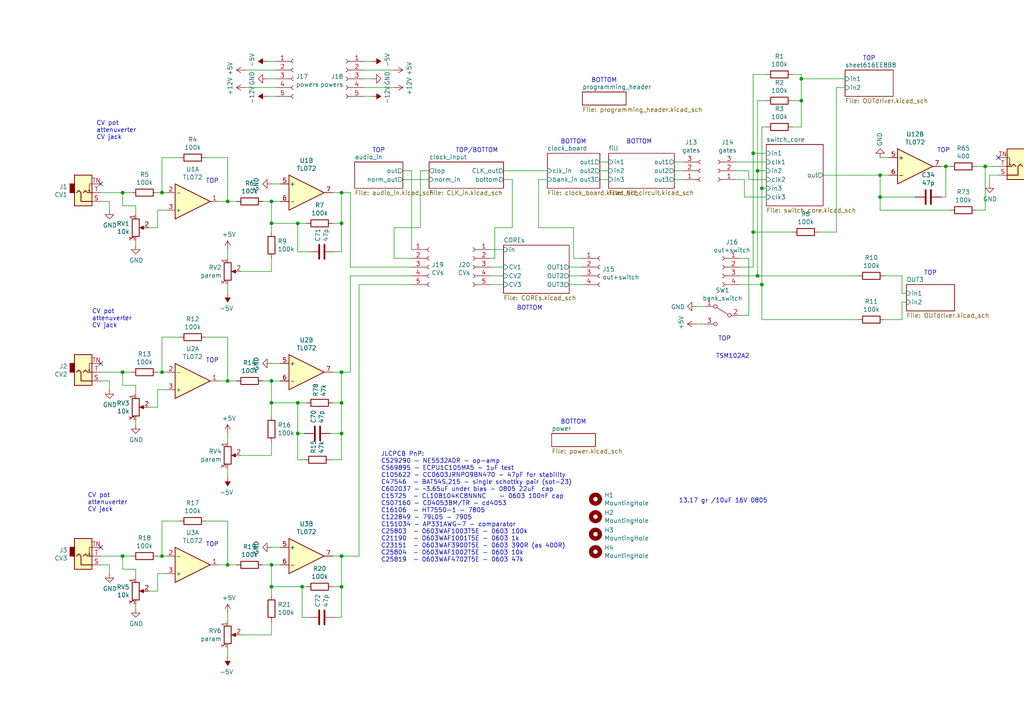
<source format=kicad_sch>
(kicad_sch (version 20231120) (generator "eeschema") (generator_version "8.0")
  (paper "A4")
  (lib_symbols
    (symbol "Amplifier_Operational:TL072" (pin_names (offset 0.127))
      (property "Reference" "U" (at 0 5.08 0))
      (property "Value" "TL072" (at 0 -5.08 0))
      (symbol "TL072_1_1"
        (polyline (pts (xy -5.08 5.08) (xy 5.08 0) (xy -5.08 -5.08) (xy -5.08 5.08)) (stroke (width 0.254)) (fill (type background)))
        (pin output line (at 7.62 0 180) (length 2.54) (name "~") (number "1"))
        (pin input line (at -7.62 -2.54 0) (length 2.54) (name "-") (number "2"))
        (pin input line (at -7.62 2.54 0) (length 2.54) (name "+") (number "3"))
      )
      (symbol "TL072_2_1"
        (polyline (pts (xy -5.08 5.08) (xy 5.08 0) (xy -5.08 -5.08) (xy -5.08 5.08)) (stroke (width 0.254)) (fill (type background)))
        (pin input line (at -7.62 2.54 0) (length 2.54) (name "+") (number "5"))
        (pin input line (at -7.62 -2.54 0) (length 2.54) (name "-") (number "6"))
        (pin output line (at 7.62 0 180) (length 2.54) (name "~") (number "7"))
      )
      (symbol "TL072_3_1"
        (pin power_in line (at -2.54 -7.62 90) (length 3.81) (name "V-") (number "4"))
        (pin power_in line (at -2.54 7.62 270) (length 3.81) (name "V+") (number "8"))
      )
    )
    (symbol "Connector:AudioJack2_SwitchT"
      (property "Reference" "J" (at 0 8.89 0))
      (property "Value" "AudioJack2_SwitchT" (at 0 6.35 0))
      (symbol "AudioJack2_SwitchT_0_1"
        (rectangle (start -2.54 0) (end -3.81 -2.54) (stroke (width 0.254)) (fill (type outline)))
        (polyline (pts (xy 1.778 -0.254) (xy 2.032 -0.762)))
        (polyline (pts (xy 0 0) (xy 0.635 -0.635) (xy 1.27 0) (xy 2.54 0)) (stroke (width 0.254)))
        (polyline (pts (xy 2.54 -2.54) (xy 1.778 -2.54) (xy 1.778 -0.254) (xy 1.524 -0.762)))
        (polyline (pts (xy 2.54 2.54) (xy -0.635 2.54) (xy -0.635 0) (xy -1.27 -0.635) (xy -1.905 0)) (stroke (width 0.254)))
        (rectangle (start 2.54 3.81) (end -2.54 -5.08) (stroke (width 0.254)) (fill (type background)))
      )
      (symbol "AudioJack2_SwitchT_1_1"
        (pin passive line (at 5.08 2.54 180) (length 2.54) (name "~") (number "S"))
        (pin passive line (at 5.08 0 180) (length 2.54) (name "~") (number "T"))
        (pin passive line (at 5.08 -2.54 180) (length 2.54) (name "~") (number "TN"))
      )
    )
    (symbol "Connector:Conn_01x03_Female" (pin_names (offset 1.016) hide)
      (property "Reference" "J" (at 0 5.08 0))
      (property "Value" "Conn_01x03_Female" (at 0 -5.08 0))
      (symbol "Conn_01x03_Female_1_1"
        (arc (start 0 -2.032) (mid -0.5058 -2.54) (end 0 -3.048) (stroke (width 0.1524)))
        (polyline (pts (xy -1.27 -2.54) (xy -0.508 -2.54)) (stroke (width 0.1524)))
        (polyline (pts (xy -1.27 0) (xy -0.508 0)) (stroke (width 0.1524)))
        (polyline (pts (xy -1.27 2.54) (xy -0.508 2.54)) (stroke (width 0.1524)))
        (arc (start 0 0.508) (mid -0.5058 0) (end 0 -0.508) (stroke (width 0.1524)))
        (arc (start 0 3.048) (mid -0.5058 2.54) (end 0 2.032) (stroke (width 0.1524)))
        (pin passive line (at -5.08 2.54 0) (length 3.81) (name "Pin_1") (number "1"))
        (pin passive line (at -5.08 0 0) (length 3.81) (name "Pin_2") (number "2"))
        (pin passive line (at -5.08 -2.54 0) (length 3.81) (name "Pin_3") (number "3"))
      )
    )
    (symbol "Connector:Conn_01x04_Female" (pin_names (offset 1.016) hide)
      (property "Reference" "J" (at 0 5.08 0))
      (property "Value" "Conn_01x04_Female" (at 0 -7.62 0))
      (symbol "Conn_01x04_Female_1_1"
        (arc (start 0 -4.572) (mid -0.5058 -5.08) (end 0 -5.588) (stroke (width 0.1524)))
        (arc (start 0 -2.032) (mid -0.5058 -2.54) (end 0 -3.048) (stroke (width 0.1524)))
        (polyline (pts (xy -1.27 -5.08) (xy -0.508 -5.08)) (stroke (width 0.1524)))
        (polyline (pts (xy -1.27 -2.54) (xy -0.508 -2.54)) (stroke (width 0.1524)))
        (polyline (pts (xy -1.27 0) (xy -0.508 0)) (stroke (width 0.1524)))
        (polyline (pts (xy -1.27 2.54) (xy -0.508 2.54)) (stroke (width 0.1524)))
        (arc (start 0 0.508) (mid -0.5058 0) (end 0 -0.508) (stroke (width 0.1524)))
        (arc (start 0 3.048) (mid -0.5058 2.54) (end 0 2.032) (stroke (width 0.1524)))
        (pin passive line (at -5.08 2.54 0) (length 3.81) (name "Pin_1") (number "1"))
        (pin passive line (at -5.08 0 0) (length 3.81) (name "Pin_2") (number "2"))
        (pin passive line (at -5.08 -2.54 0) (length 3.81) (name "Pin_3") (number "3"))
        (pin passive line (at -5.08 -5.08 0) (length 3.81) (name "Pin_4") (number "4"))
      )
    )
    (symbol "Connector:Conn_01x05_Female" (pin_names (offset 1.016) hide)
      (property "Reference" "J" (at 0 7.62 0))
      (property "Value" "Conn_01x05_Female" (at 0 -7.62 0))
      (symbol "Conn_01x05_Female_1_1"
        (arc (start 0 -4.572) (mid -0.5058 -5.08) (end 0 -5.588) (stroke (width 0.1524)))
        (arc (start 0 -2.032) (mid -0.5058 -2.54) (end 0 -3.048) (stroke (width 0.1524)))
        (polyline (pts (xy -1.27 -5.08) (xy -0.508 -5.08)) (stroke (width 0.1524)))
        (polyline (pts (xy -1.27 -2.54) (xy -0.508 -2.54)) (stroke (width 0.1524)))
        (polyline (pts (xy -1.27 0) (xy -0.508 0)) (stroke (width 0.1524)))
        (polyline (pts (xy -1.27 2.54) (xy -0.508 2.54)) (stroke (width 0.1524)))
        (polyline (pts (xy -1.27 5.08) (xy -0.508 5.08)) (stroke (width 0.1524)))
        (arc (start 0 0.508) (mid -0.5058 0) (end 0 -0.508) (stroke (width 0.1524)))
        (arc (start 0 3.048) (mid -0.5058 2.54) (end 0 2.032) (stroke (width 0.1524)))
        (arc (start 0 5.588) (mid -0.5058 5.08) (end 0 4.572) (stroke (width 0.1524)))
        (pin passive line (at -5.08 5.08 0) (length 3.81) (name "Pin_1") (number "1"))
        (pin passive line (at -5.08 2.54 0) (length 3.81) (name "Pin_2") (number "2"))
        (pin passive line (at -5.08 0 0) (length 3.81) (name "Pin_3") (number "3"))
        (pin passive line (at -5.08 -2.54 0) (length 3.81) (name "Pin_4") (number "4"))
        (pin passive line (at -5.08 -5.08 0) (length 3.81) (name "Pin_5") (number "5"))
      )
    )
    (symbol "Device:C" (pin_numbers hide) (pin_names (offset 0.254))
      (property "Reference" "C" (at 0.635 2.54 0))
      (property "Value" "C" (at 0.635 -2.54 0))
      (symbol "C_0_1"
        (polyline (pts (xy -2.032 -0.762) (xy 2.032 -0.762)) (stroke (width 0.508)))
        (polyline (pts (xy -2.032 0.762) (xy 2.032 0.762)) (stroke (width 0.508)))
      )
      (symbol "C_1_1"
        (pin passive line (at 0 3.81 270) (length 2.794) (name "~") (number "1"))
        (pin passive line (at 0 -3.81 90) (length 2.794) (name "~") (number "2"))
      )
    )
    (symbol "Device:R" (pin_numbers hide) (pin_names (offset 0))
      (property "Reference" "R" (at 2.032 0 90))
      (property "Value" "R" (at 0 0 90))
      (symbol "R_0_1"
        (rectangle (start -1.016 -2.54) (end 1.016 2.54) (stroke (width 0.254)))
      )
      (symbol "R_1_1"
        (pin passive line (at 0 3.81 270) (length 1.27) (name "~") (number "1"))
        (pin passive line (at 0 -3.81 90) (length 1.27) (name "~") (number "2"))
      )
    )
    (symbol "Mechanical:MountingHole" (pin_names (offset 1.016))
      (property "Reference" "H" (at 0 5.08 0))
      (property "Value" "MountingHole" (at 0 3.175 0))
      (symbol "MountingHole_0_1"
        (circle (center 0 0) (radius 1.27) (stroke (width 1.27)))
      )
    )
    (symbol "Switch:SW_SPDT" (pin_names (offset 0) hide)
      (property "Reference" "SW" (at 0 4.318 0))
      (property "Value" "SW_SPDT" (at 0 -5.08 0))
      (symbol "SW_SPDT_0_0"
        (circle (center -2.032 0) (radius 0.508))
        (circle (center 2.032 -2.54) (radius 0.508))
      )
      (symbol "SW_SPDT_0_1"
        (polyline (pts (xy -1.524 0.254) (xy 1.651 2.286)))
        (circle (center 2.032 2.54) (radius 0.508))
      )
      (symbol "SW_SPDT_1_1"
        (pin passive line (at 5.08 2.54 180) (length 2.54) (name "A") (number "1"))
        (pin passive line (at -5.08 0 0) (length 2.54) (name "B") (number "2"))
        (pin passive line (at 5.08 -2.54 180) (length 2.54) (name "C") (number "3"))
      )
    )
    (symbol "power:+12V" (power) (pin_names (offset 0))
      (property "Value" "+12V" (at 0 3.556 0))
      (symbol "+12V_0_1"
        (polyline (pts (xy -0.762 1.27) (xy 0 2.54)))
        (polyline (pts (xy 0 0) (xy 0 2.54)))
        (polyline (pts (xy 0 2.54) (xy 0.762 1.27)))
      )
      (symbol "+12V_1_1"
        (pin power_in line (at 0 0 90) (length 0) hide (name "+12V") (number "1"))
      )
    )
    (symbol "power:+5V" (power) (pin_names (offset 0))
      (property "Value" "+5V" (at 0 3.556 0))
      (symbol "+5V_0_1"
        (polyline (pts (xy -0.762 1.27) (xy 0 2.54)))
        (polyline (pts (xy 0 0) (xy 0 2.54)))
        (polyline (pts (xy 0 2.54) (xy 0.762 1.27)))
      )
      (symbol "+5V_1_1"
        (pin power_in line (at 0 0 90) (length 0) hide (name "+5V") (number "1"))
      )
    )
    (symbol "power:-12V" (power) (pin_names (offset 0))
      (property "Value" "-12V" (at 0 3.81 0))
      (symbol "-12V_0_0"
        (pin power_in line (at 0 0 90) (length 0) hide (name "-12V") (number "1"))
      )
      (symbol "-12V_0_1"
        (polyline (pts (xy 0 0) (xy 0 1.27) (xy 0.762 1.27) (xy 0 2.54) (xy -0.762 1.27) (xy 0 1.27)) (fill (type outline)))
      )
    )
    (symbol "power:-5V" (power) (pin_names (offset 0))
      (property "Value" "-5V" (at 0 3.81 0))
      (symbol "-5V_0_0"
        (pin power_in line (at 0 0 90) (length 0) hide (name "-5V") (number "1"))
      )
      (symbol "-5V_0_1"
        (polyline (pts (xy 0 0) (xy 0 1.27) (xy 0.762 1.27) (xy 0 2.54) (xy -0.762 1.27) (xy 0 1.27)) (fill (type outline)))
      )
    )
    (symbol "power:GND" (power) (pin_names (offset 0))
      (property "Value" "GND" (at 0 -3.81 0))
      (symbol "GND_0_1"
        (polyline (pts (xy 0 0) (xy 0 -1.27) (xy 1.27 -1.27) (xy 0 -2.54) (xy -1.27 -1.27) (xy 0 -1.27)))
      )
      (symbol "GND_1_1"
        (pin power_in line (at 0 0 270) (length 0) hide (name "GND") (number "1"))
      )
    )
    (symbol "waveshaper_Marcin-rescue:R_POT-Device" (pin_names (offset 1.016) hide)
      (property "Reference" "RV" (at -4.445 0 90))
      (property "Value" "R_POT-Device" (at -2.54 0 90))
      (symbol "R_POT-Device_0_1"
        (polyline (pts (xy 2.54 0) (xy 1.524 0)))
        (polyline (pts (xy 1.143 0) (xy 2.286 0.508) (xy 2.286 -0.508) (xy 1.143 0)) (fill (type outline)))
        (rectangle (start 1.016 2.54) (end -1.016 -2.54) (stroke (width 0.254)))
      )
      (symbol "R_POT-Device_1_1"
        (pin passive line (at 0 3.81 270) (length 1.27) (name "1") (number "1"))
        (pin passive line (at 3.81 0 180) (length 1.27) (name "2") (number "2"))
        (pin passive line (at 0 -3.81 90) (length 1.27) (name "3") (number "3"))
      )
    )
  )
  (junction (at 35.56 161.29))
  (junction (at 87.63 170.18))
  (junction (at 78.74 116.84))
  (junction (at 78.74 170.18))
  (junction (at 232.41 29.21))
  (junction (at 255.27 50.8))
  (junction (at 218.44 44.45))
  (junction (at 78.74 110.49))
  (junction (at 78.74 64.77))
  (junction (at 46.99 161.29))
  (junction (at 274.32 48.26))
  (junction (at 219.71 49.53))
  (junction (at 285.75 48.26))
  (junction (at 219.71 80.01))
  (junction (at 66.04 58.42))
  (junction (at 255.27 57.15))
  (junction (at 66.04 110.49))
  (junction (at 35.56 107.95))
  (junction (at 86.36 125.73))
  (junction (at 78.74 58.42))
  (junction (at 99.06 170.18))
  (junction (at 99.06 125.73))
  (junction (at 46.99 107.95))
  (junction (at 99.06 64.77))
  (junction (at 99.06 107.95))
  (junction (at 35.56 55.88))
  (junction (at 218.44 67.31))
  (junction (at 86.36 116.84))
  (junction (at 46.99 55.88))
  (junction (at 99.06 161.29))
  (junction (at 66.04 163.83))
  (junction (at 232.41 22.86))
  (junction (at 99.06 116.84))
  (junction (at 220.98 82.55))
  (junction (at 78.74 163.83))
  (junction (at 220.98 54.61))
  (junction (at 99.06 55.88))
  (junction (at 86.36 64.77))
  (no_connect (at 289.56 45.72))
  (no_connect (at 29.21 158.75))
  (no_connect (at 29.21 53.34))
  (no_connect (at 29.21 105.41))
  (wire (pts (xy 232.41 36.83) (xy 229.87 36.83)))
  (wire (pts (xy 66.04 58.42) (xy 68.58 58.42)))
  (wire (pts (xy 217.17 91.44) (xy 217.17 74.93)))
  (wire (pts (xy 35.56 165.1) (xy 35.56 161.29)))
  (wire (pts (xy 35.56 111.76) (xy 39.37 111.76)))
  (wire (pts (xy 229.87 67.31) (xy 218.44 67.31)))
  (wire (pts (xy 114.3 25.4) (xy 105.41 25.4)))
  (wire (pts (xy 95.885 125.73) (xy 99.06 125.73)))
  (wire (pts (xy 222.25 54.61) (xy 220.98 54.61)))
  (wire (pts (xy 101.6 80.01) (xy 119.38 80.01)))
  (wire (pts (xy 96.52 64.77) (xy 99.06 64.77)))
  (wire (pts (xy 31.75 163.83) (xy 31.75 166.37)))
  (wire (pts (xy 59.69 45.72) (xy 66.04 45.72)))
  (wire (pts (xy 173.99 52.07) (xy 176.53 52.07)))
  (wire (pts (xy 285.75 60.96) (xy 285.75 48.26)))
  (wire (pts (xy 45.72 161.29) (xy 46.99 161.29)))
  (wire (pts (xy 142.24 80.01) (xy 146.05 80.01)))
  (wire (pts (xy 86.36 133.35) (xy 86.36 125.73)))
  (wire (pts (xy 156.21 52.07) (xy 156.21 66.04)))
  (wire (pts (xy 101.6 77.47) (xy 119.38 77.47)))
  (wire (pts (xy 219.71 49.53) (xy 219.71 80.01)))
  (wire (pts (xy 86.36 116.84) (xy 78.74 116.84)))
  (wire (pts (xy 87.63 179.07) (xy 87.63 170.18)))
  (wire (pts (xy 107.95 27.94) (xy 105.41 27.94)))
  (wire (pts (xy 219.71 29.21) (xy 222.25 29.21)))
  (wire (pts (xy 119.38 72.39) (xy 119.38 49.53)))
  (wire (pts (xy 35.56 55.88) (xy 38.1 55.88)))
  (wire (pts (xy 78.74 110.49) (xy 81.28 110.49)))
  (wire (pts (xy 76.2 163.83) (xy 78.74 163.83)))
  (wire (pts (xy 78.74 64.77) (xy 78.74 67.31)))
  (wire (pts (xy 146.05 52.07) (xy 148.59 52.07)))
  (wire (pts (xy 78.74 170.18) (xy 78.74 163.83)))
  (wire (pts (xy 165.1 77.47) (xy 168.91 77.47)))
  (wire (pts (xy 215.9 57.15) (xy 222.25 57.15)))
  (wire (pts (xy 39.37 62.23) (xy 39.37 59.69)))
  (wire (pts (xy 261.62 80.01) (xy 256.54 80.01)))
  (wire (pts (xy 275.59 60.96) (xy 255.27 60.96)))
  (wire (pts (xy 219.71 49.53) (xy 219.71 29.21)))
  (wire (pts (xy 143.51 66.04) (xy 143.51 74.93)))
  (wire (pts (xy 245.11 22.86) (xy 232.41 22.86)))
  (wire (pts (xy 218.44 44.45) (xy 218.44 67.31)))
  (wire (pts (xy 213.36 52.07) (xy 215.9 52.07)))
  (wire (pts (xy 78.74 180.34) (xy 78.74 184.15)))
  (wire (pts (xy 99.06 179.07) (xy 99.06 170.18)))
  (wire (pts (xy 99.06 133.35) (xy 99.06 125.73)))
  (wire (pts (xy 29.21 161.29) (xy 35.56 161.29)))
  (wire (pts (xy 274.32 48.26) (xy 274.32 57.15)))
  (wire (pts (xy 66.04 163.83) (xy 68.58 163.83)))
  (wire (pts (xy 66.04 190.5) (xy 66.04 187.96)))
  (wire (pts (xy 255.27 57.15) (xy 255.27 50.8)))
  (wire (pts (xy 66.04 74.93) (xy 66.04 72.39)))
  (wire (pts (xy 104.14 82.55) (xy 119.38 82.55)))
  (wire (pts (xy 99.06 116.84) (xy 99.06 107.95)))
  (wire (pts (xy 283.21 60.96) (xy 285.75 60.96)))
  (wire (pts (xy 35.56 107.95) (xy 38.1 107.95)))
  (wire (pts (xy 229.87 21.59) (xy 232.41 21.59)))
  (wire (pts (xy 29.21 110.49) (xy 31.75 110.49)))
  (wire (pts (xy 217.17 52.07) (xy 217.17 49.53)))
  (wire (pts (xy 255.27 60.96) (xy 255.27 57.15)))
  (wire (pts (xy 198.12 46.99) (xy 195.58 46.99)))
  (wire (pts (xy 142.24 82.55) (xy 146.05 82.55)))
  (wire (pts (xy 222.25 49.53) (xy 219.71 49.53)))
  (wire (pts (xy 96.52 116.84) (xy 99.06 116.84)))
  (wire (pts (xy 45.72 166.37) (xy 48.26 166.37)))
  (wire (pts (xy 66.04 97.79) (xy 66.04 110.49)))
  (wire (pts (xy 66.04 85.09) (xy 66.04 82.55)))
  (wire (pts (xy 78.74 163.83) (xy 81.28 163.83)))
  (wire (pts (xy 69.85 184.15) (xy 78.74 184.15)))
  (wire (pts (xy 104.14 161.29) (xy 104.14 82.55)))
  (wire (pts (xy 39.37 114.3) (xy 39.37 111.76)))
  (wire (pts (xy 237.49 67.31) (xy 242.57 67.31)))
  (wire (pts (xy 248.92 80.01) (xy 219.71 80.01)))
  (wire (pts (xy 166.37 66.04) (xy 166.37 74.93)))
  (wire (pts (xy 273.05 48.26) (xy 274.32 48.26)))
  (wire (pts (xy 143.51 74.93) (xy 142.24 74.93)))
  (wire (pts (xy 99.06 107.95) (xy 96.52 107.95)))
  (wire (pts (xy 77.47 27.94) (xy 80.01 27.94)))
  (wire (pts (xy 121.92 66.04) (xy 114.3 66.04)))
  (wire (pts (xy 52.07 97.79) (xy 46.99 97.79)))
  (wire (pts (xy 215.9 52.07) (xy 215.9 57.15)))
  (wire (pts (xy 101.6 107.95) (xy 99.06 107.95)))
  (wire (pts (xy 66.04 180.34) (xy 66.04 177.8)))
  (wire (pts (xy 97.155 73.025) (xy 99.06 73.025)))
  (wire (pts (xy 99.06 125.73) (xy 99.06 116.84)))
  (wire (pts (xy 46.99 161.29) (xy 48.26 161.29)))
  (wire (pts (xy 99.06 73.025) (xy 99.06 64.77)))
  (wire (pts (xy 173.99 46.99) (xy 176.53 46.99)))
  (wire (pts (xy 217.17 49.53) (xy 213.36 49.53)))
  (wire (pts (xy 29.21 107.95) (xy 35.56 107.95)))
  (wire (pts (xy 86.36 64.77) (xy 78.74 64.77)))
  (wire (pts (xy 218.44 21.59) (xy 218.44 44.45)))
  (wire (pts (xy 66.04 138.43) (xy 66.04 135.89)))
  (wire (pts (xy 88.9 64.77) (xy 86.36 64.77)))
  (wire (pts (xy 52.07 45.72) (xy 46.99 45.72)))
  (wire (pts (xy 43.18 171.45) (xy 45.72 171.45)))
  (wire (pts (xy 76.2 58.42) (xy 78.74 58.42)))
  (wire (pts (xy 66.04 45.72) (xy 66.04 58.42)))
  (wire (pts (xy 46.99 55.88) (xy 48.26 55.88)))
  (wire (pts (xy 222.25 44.45) (xy 218.44 44.45)))
  (wire (pts (xy 66.04 58.42) (xy 63.5 58.42)))
  (wire (pts (xy 95.885 133.35) (xy 99.06 133.35)))
  (wire (pts (xy 222.25 21.59) (xy 218.44 21.59)))
  (wire (pts (xy 107.95 22.86) (xy 105.41 22.86)))
  (wire (pts (xy 59.69 151.13) (xy 66.04 151.13)))
  (wire (pts (xy 35.56 161.29) (xy 38.1 161.29)))
  (wire (pts (xy 285.75 48.26) (xy 283.21 48.26)))
  (wire (pts (xy 39.37 176.53) (xy 39.37 175.26)))
  (wire (pts (xy 195.58 52.07) (xy 198.12 52.07)))
  (wire (pts (xy 96.52 170.18) (xy 99.06 170.18)))
  (wire (pts (xy 101.6 55.88) (xy 101.6 77.47)))
  (wire (pts (xy 222.25 52.07) (xy 217.17 52.07)))
  (wire (pts (xy 66.04 151.13) (xy 66.04 163.83)))
  (wire (pts (xy 88.9 170.18) (xy 87.63 170.18)))
  (wire (pts (xy 262.89 85.09) (xy 261.62 85.09)))
  (wire (pts (xy 69.85 132.08) (xy 78.74 132.08)))
  (wire (pts (xy 88.265 133.35) (xy 86.36 133.35)))
  (wire (pts (xy 114.3 66.04) (xy 114.3 74.93)))
  (wire (pts (xy 86.36 125.73) (xy 86.36 116.84)))
  (wire (pts (xy 29.21 58.42) (xy 31.75 58.42)))
  (wire (pts (xy 66.04 110.49) (xy 68.58 110.49)))
  (wire (pts (xy 59.69 97.79) (xy 66.04 97.79)))
  (wire (pts (xy 289.56 48.26) (xy 285.75 48.26)))
  (wire (pts (xy 176.53 49.53) (xy 173.99 49.53)))
  (wire (pts (xy 66.04 110.49) (xy 63.5 110.49)))
  (wire (pts (xy 78.74 172.72) (xy 78.74 170.18)))
  (wire (pts (xy 201.93 93.98) (xy 204.47 93.98)))
  (wire (pts (xy 99.06 170.18) (xy 99.06 161.29)))
  (wire (pts (xy 148.59 52.07) (xy 148.59 66.04)))
  (wire (pts (xy 78.74 58.42) (xy 78.74 64.77)))
  (wire (pts (xy 31.75 110.49) (xy 31.75 113.03)))
  (wire (pts (xy 229.87 29.21) (xy 232.41 29.21)))
  (wire (pts (xy 71.12 25.4) (xy 80.01 25.4)))
  (wire (pts (xy 35.56 59.69) (xy 39.37 59.69)))
  (wire (pts (xy 66.04 128.27) (xy 66.04 125.73)))
  (wire (pts (xy 78.74 116.84) (xy 78.74 120.65)))
  (wire (pts (xy 232.41 29.21) (xy 232.41 36.83)))
  (wire (pts (xy 76.2 110.49) (xy 78.74 110.49)))
  (wire (pts (xy 119.38 74.93) (xy 114.3 74.93)))
  (wire (pts (xy 45.72 66.04) (xy 45.72 60.96)))
  (wire (pts (xy 214.63 77.47) (xy 218.44 77.47)))
  (wire (pts (xy 45.72 118.11) (xy 45.72 113.03)))
  (wire (pts (xy 29.21 163.83) (xy 31.75 163.83)))
  (wire (pts (xy 265.43 57.15) (xy 255.27 57.15)))
  (wire (pts (xy 121.92 49.53) (xy 121.92 66.04)))
  (wire (pts (xy 88.265 125.73) (xy 86.36 125.73)))
  (wire (pts (xy 80.01 20.32) (xy 71.12 20.32)))
  (wire (pts (xy 124.46 49.53) (xy 121.92 49.53)))
  (wire (pts (xy 168.91 80.01) (xy 165.1 80.01)))
  (wire (pts (xy 142.24 72.39) (xy 146.05 72.39)))
  (wire (pts (xy 220.98 92.71) (xy 248.92 92.71)))
  (wire (pts (xy 45.72 171.45) (xy 45.72 166.37)))
  (wire (pts (xy 99.06 64.77) (xy 99.06 55.88)))
  (wire (pts (xy 156.21 66.04) (xy 166.37 66.04)))
  (wire (pts (xy 39.37 123.19) (xy 39.37 121.92)))
  (wire (pts (xy 77.47 22.86) (xy 80.01 22.86)))
  (wire (pts (xy 99.06 55.88) (xy 96.52 55.88)))
  (wire (pts (xy 78.74 58.42) (xy 81.28 58.42)))
  (wire (pts (xy 217.17 74.93) (xy 214.63 74.93)))
  (wire (pts (xy 218.44 67.31) (xy 218.44 77.47)))
  (wire (pts (xy 78.74 105.41) (xy 81.28 105.41)))
  (wire (pts (xy 261.62 85.09) (xy 261.62 80.01)))
  (wire (pts (xy 105.41 20.32) (xy 114.3 20.32)))
  (wire (pts (xy 242.57 25.4) (xy 245.11 25.4)))
  (wire (pts (xy 31.75 58.42) (xy 31.75 60.96)))
  (wire (pts (xy 146.05 49.53) (xy 158.75 49.53)))
  (wire (pts (xy 45.72 55.88) (xy 46.99 55.88)))
  (wire (pts (xy 78.74 78.74) (xy 78.74 74.93)))
  (wire (pts (xy 287.02 53.34) (xy 287.02 50.8)))
  (wire (pts (xy 45.72 60.96) (xy 48.26 60.96)))
  (wire (pts (xy 78.74 110.49) (xy 78.74 116.84)))
  (wire (pts (xy 78.74 132.08) (xy 78.74 128.27)))
  (wire (pts (xy 43.18 118.11) (xy 45.72 118.11)))
  (wire (pts (xy 220.98 54.61) (xy 220.98 82.55)))
  (wire (pts (xy 39.37 167.64) (xy 39.37 165.1)))
  (wire (pts (xy 52.07 151.13) (xy 46.99 151.13)))
  (wire (pts (xy 45.72 113.03) (xy 48.26 113.03)))
  (wire (pts (xy 78.74 158.75) (xy 81.28 158.75)))
  (wire (pts (xy 274.32 48.26) (xy 275.59 48.26)))
  (wire (pts (xy 214.63 80.01) (xy 219.71 80.01)))
  (wire (pts (xy 39.37 71.12) (xy 39.37 69.85)))
  (wire (pts (xy 213.36 46.99) (xy 222.25 46.99)))
  (wire (pts (xy 99.06 161.29) (xy 104.14 161.29)))
  (wire (pts (xy 89.535 73.025) (xy 86.36 73.025)))
  (wire (pts (xy 238.76 50.8) (xy 255.27 50.8)))
  (wire (pts (xy 46.99 97.79) (xy 46.99 107.95)))
  (wire (pts (xy 148.59 66.04) (xy 143.51 66.04)))
  (wire (pts (xy 105.41 17.78) (xy 107.95 17.78)))
  (wire (pts (xy 89.535 179.07) (xy 87.63 179.07)))
  (wire (pts (xy 88.9 116.84) (xy 86.36 116.84)))
  (wire (pts (xy 99.06 161.29) (xy 96.52 161.29)))
  (wire (pts (xy 255.27 45.72) (xy 257.81 45.72)))
  (wire (pts (xy 158.75 52.07) (xy 156.21 52.07)))
  (wire (pts (xy 242.57 67.31) (xy 242.57 25.4)))
  (wire (pts (xy 101.6 55.88) (xy 99.06 55.88)))
  (wire (pts (xy 220.98 54.61) (xy 220.98 36.83)))
  (wire (pts (xy 78.74 53.34) (xy 81.28 53.34)))
  (wire (pts (xy 35.56 165.1) (xy 39.37 165.1)))
  (wire (pts (xy 195.58 49.53) (xy 198.12 49.53)))
  (wire (pts (xy 214.63 82.55) (xy 220.98 82.55)))
  (wire (pts (xy 261.62 87.63) (xy 261.62 92.71)))
  (wire (pts (xy 29.21 55.88) (xy 35.56 55.88)))
  (wire (pts (xy 262.89 87.63) (xy 261.62 87.63)))
  (wire (pts (xy 43.18 66.04) (xy 45.72 66.04)))
  (wire (pts (xy 214.63 91.44) (xy 217.17 91.44)))
  (wire (pts (xy 232.41 21.59) (xy 232.41 22.86)))
  (wire (pts (xy 46.99 151.13) (xy 46.99 161.29)))
  (wire (pts (xy 255.27 50.8) (xy 257.81 50.8)))
  (wire (pts (xy 116.84 52.07) (xy 124.46 52.07)))
  (wire (pts (xy 69.85 78.74) (xy 78.74 78.74)))
  (wire (pts (xy 142.24 77.47) (xy 146.05 77.47)))
  (wire (pts (xy 80.01 17.78) (xy 77.47 17.78)))
  (wire (pts (xy 166.37 74.93) (xy 168.91 74.93)))
  (wire (pts (xy 201.93 88.9) (xy 204.47 88.9)))
  (wire (pts (xy 101.6 107.95) (xy 101.6 80.01)))
  (wire (pts (xy 86.36 73.025) (xy 86.36 64.77)))
  (wire (pts (xy 66.04 163.83) (xy 63.5 163.83)))
  (wire (pts (xy 35.56 59.69) (xy 35.56 55.88)))
  (wire (pts (xy 220.98 36.83) (xy 222.25 36.83)))
  (wire (pts (xy 232.41 22.86) (xy 232.41 29.21)))
  (wire (pts (xy 46.99 107.95) (xy 48.26 107.95)))
  (wire (pts (xy 287.02 50.8) (xy 289.56 50.8)))
  (wire (pts (xy 261.62 92.71) (xy 256.54 92.71)))
  (wire (pts (xy 274.32 57.15) (xy 273.05 57.15)))
  (wire (pts (xy 165.1 82.55) (xy 168.91 82.55)))
  (wire (pts (xy 35.56 111.76) (xy 35.56 107.95)))
  (wire (pts (xy 46.99 45.72) (xy 46.99 55.88)))
  (wire (pts (xy 116.84 49.53) (xy 119.38 49.53)))
  (wire (pts (xy 220.98 82.55) (xy 220.98 92.71)))
  (wire (pts (xy 45.72 107.95) (xy 46.99 107.95)))
  (wire (pts (xy 97.155 179.07) (xy 99.06 179.07)))
  (wire (pts (xy 87.63 170.18) (xy 78.74 170.18)))
  (text "CV pot\nattenuverter\nCV jack" (at 26.67 95.25 0) (effects (font (size 1.27 1.27)) (justify left bottom)))
  (text "TOP" (at 267.97 80.01 0) (effects (font (size 1.27 1.27)) (justify left bottom)))
  (text "CV pot\nattenuverter\nCV jack" (at 25.4 148.59 0) (effects (font (size 1.27 1.27)) (justify left bottom)))
  (text "JLCPCB PnP:\nC529290 - NE5532ADR - op-amp\nC569895 - ECPU1C105MA5 - 1uF test\nC105622 - CC0603JRNPO9BN470 - 47pF for stability\nC47546  - BAT54S,215 - single schottky pair (sot-23)\nC602037 - ~3.65uF under bias - 0805 22uF  cap\nC15725  - CL10B104KC8NNNC    - 0603 100nF cap\nC507160 - CD4053BM/TR - cd4053\nC16106  - HT7550-1 - 7805\nC122849 - 79L05 - 7905\nC151034 - AP331AWG-7 - comparator\nC25803  - 0603WAF1003T5E - 0603 100k\nC21190  - 0603WAF1001T5E - 0603 1k\nC23151  - 0603WAF3900T5E - 0603 390R (as 400R)\nC25804  - 0603WAF1002T5E - 0603 10k\nC25819  - 0603WAF4702T5E - 0603 47k\n" (at 110.49 163.195 0) (effects (font (size 1.27 1.27)) (justify left bottom)))
  (text "TOP" (at 271.78 44.45 0) (effects (font (size 1.27 1.27)) (justify left bottom)))
  (text "BOTTOM" (at 149.86 90.17 0) (effects (font (size 1.27 1.27)) (justify left bottom)))
  (text "BOTTOM" (at 162.56 41.91 0) (effects (font (size 1.27 1.27)) (justify left bottom)))
  (text "TOP" (at 208.28 99.06 0) (effects (font (size 1.27 1.27)) (justify left bottom)))
  (text "TOP" (at 59.69 105.41 0) (effects (font (size 1.27 1.27)) (justify left bottom)))
  (text "TOP" (at 107.95 44.45 0) (effects (font (size 1.27 1.27)) (justify left bottom)))
  (text "BOTTOM" (at 181.61 41.91 0) (effects (font (size 1.27 1.27)) (justify left bottom)))
  (text "TOP" (at 59.69 53.34 0) (effects (font (size 1.27 1.27)) (justify left bottom)))
  (text "13.17 gr /10uF 16V 0805" (at 196.85 146.05 0) (effects (font (size 1.27 1.27)) (justify left bottom)))
  (text "BOTTOM" (at 162.56 123.19 0) (effects (font (size 1.27 1.27)) (justify left bottom)))
  (text "TOP/BOTTOM" (at 132.08 44.45 0) (effects (font (size 1.27 1.27)) (justify left bottom)))
  (text "TOP" (at 59.69 158.75 0) (effects (font (size 1.27 1.27)) (justify left bottom)))
  (text "CV pot\nattenuverter\nCV jack" (at 27.94 40.64 0) (effects (font (size 1.27 1.27)) (justify left bottom)))
  (text "TOP" (at 250.19 17.78 0) (effects (font (size 1.27 1.27)) (justify left bottom)))
  (text "TSM102A2" (at 207.645 104.14 0) (effects (font (size 1.27 1.27)) (justify left bottom)))
  (text "BOTTOM" (at 171.45 24.13 0) (effects (font (size 1.27 1.27)) (justify left bottom)))
  (symbol (lib_id "Device:R") (at 226.06 36.83 270) (unit 1)
    (property "Reference" "R3" (at 226.06 31.5722 90))
    (property "Value" "100k" (at 226.06 33.8836 90))
    (property "Footprint" "Resistor_SMD:R_0603_1608Metric" (effects (hide yes)))
  )
  (symbol (lib_id "Device:R") (at 226.06 29.21 270) (unit 1)
    (property "Reference" "R2" (at 226.06 23.9522 90))
    (property "Value" "100k" (at 226.06 26.2636 90))
    (property "Footprint" "Resistor_SMD:R_0603_1608Metric" (effects (hide yes)))
  )
  (symbol (lib_id "Device:R") (at 226.06 21.59 270) (unit 1)
    (property "Reference" "R1" (at 226.06 16.3322 90))
    (property "Value" "100k" (at 226.06 18.6436 90))
    (property "Footprint" "Resistor_SMD:R_0603_1608Metric" (effects (hide yes)))
  )
  (symbol (lib_id "Device:R") (at 252.73 92.71 270) (unit 1)
    (property "Reference" "R11" (at 252.73 87.4522 90))
    (property "Value" "100k" (at 252.73 89.7636 90))
    (property "Footprint" "Resistor_SMD:R_0603_1608Metric" (effects (hide yes)))
  )
  (symbol (lib_id "Device:R") (at 252.73 80.01 270) (unit 1)
    (property "Reference" "R10" (at 252.73 74.7522 90))
    (property "Value" "100k" (at 252.73 77.0636 90))
    (property "Footprint" "Resistor_SMD:R_0603_1608Metric" (effects (hide yes)))
  )
  (symbol (lib_id "Device:R") (at 233.68 67.31 270) (unit 1)
    (property "Reference" "R8" (at 233.68 62.0522 90))
    (property "Value" "100k" (at 233.68 64.3636 90))
    (property "Footprint" "Resistor_SMD:R_0603_1608Metric" (effects (hide yes)))
  )
  (symbol (lib_id "waveshaper_Marcin-rescue:R_POT-Device") (at 66.04 184.15 0) (unit 1)
    (property "Reference" "RV6" (at 64.2874 182.9816 0) (effects (justify right)))
    (property "Value" "param" (at 64.2874 185.293 0) (effects (justify right)))
    (property "Footprint" "learning:Potentiometer_Alps_RK09K_Single_Vertical" (effects (hide yes)))
  )
  (symbol (lib_id "waveshaper_Marcin-rescue:R_POT-Device") (at 39.37 66.04 0) (unit 1)
    (property "Reference" "RV1" (at 37.592 64.8716 0) (effects (justify right)))
    (property "Value" "10k" (at 37.592 67.183 0) (effects (justify right)))
    (property "Footprint" "learning:Potentiometer_Alps_RK09K_Single_Vertical" (effects (hide yes)))
  )
  (symbol (lib_id "Connector:AudioJack2_SwitchT") (at 24.13 55.88 0) (mirror x) (unit 1)
    (property "Reference" "J1" (at 19.5834 54.1782 0) (effects (justify right)))
    (property "Value" "CV1" (at 19.5834 56.4896 0) (effects (justify right)))
    (property "Footprint" "jacks:thonkiconn" (effects (hide yes)))
  )
  (symbol (lib_id "power:GND") (at 31.75 60.96 0) (unit 1)
    (property "Reference" "#PWR0103" (effects (hide yes)))
    (property "Value" "GND" (at 31.877 65.3542 0))
  )
  (symbol (lib_id "Amplifier_Operational:TL072") (at 55.88 58.42 0) (mirror x) (unit 1)
    (property "Reference" "U1" (at 55.88 49.0982 0))
    (property "Value" "TL072" (at 55.88 51.4096 0))
    (property "Footprint" "Package_SO:SOIC-8_3.9x4.9mm_P1.27mm" (effects (hide yes)))
    (property "Datasheet" "http://www.ti.com/lit/ds/symlink/tl071.pdf" (effects (hide yes)))
  )
  (symbol (lib_id "Device:R") (at 55.88 45.72 270) (unit 1)
    (property "Reference" "R4" (at 55.88 40.4622 90))
    (property "Value" "100k" (at 55.88 42.7736 90))
    (property "Footprint" "Resistor_SMD:R_0603_1608Metric" (effects (hide yes)))
  )
  (symbol (lib_id "Device:R") (at 41.91 55.88 270) (unit 1)
    (property "Reference" "R5" (at 41.91 50.6222 90))
    (property "Value" "100k" (at 41.91 52.9336 90))
    (property "Footprint" "Resistor_SMD:R_0603_1608Metric" (effects (hide yes)))
  )
  (symbol (lib_id "power:GND") (at 39.37 71.12 0) (unit 1)
    (property "Reference" "#PWR0102" (effects (hide yes)))
    (property "Value" "GND" (at 39.497 75.5142 0))
  )
  (symbol (lib_id "Amplifier_Operational:TL072") (at 88.9 55.88 0) (unit 2)
    (property "Reference" "U1" (at 88.9 46.5582 0))
    (property "Value" "TL072" (at 88.9 48.8696 0))
    (property "Footprint" "Package_SO:SOIC-8_3.9x4.9mm_P1.27mm" (effects (hide yes)))
    (property "Datasheet" "http://www.ti.com/lit/ds/symlink/tl071.pdf" (effects (hide yes)))
  )
  (symbol (lib_id "Device:R") (at 72.39 58.42 270) (unit 1)
    (property "Reference" "R6" (at 72.39 53.1622 90))
    (property "Value" "100k" (at 72.39 55.4736 90))
    (property "Footprint" "Resistor_SMD:R_0603_1608Metric" (effects (hide yes)))
  )
  (symbol (lib_id "Device:R") (at 92.71 64.77 270) (unit 1)
    (property "Reference" "R7" (at 92.71 59.5122 90))
    (property "Value" "100k" (at 92.71 61.8236 90))
    (property "Footprint" "Resistor_SMD:R_0603_1608Metric" (effects (hide yes)))
  )
  (symbol (lib_id "power:+5V") (at 66.04 177.8 0) (unit 1)
    (property "Reference" "#PWR0101" (effects (hide yes)))
    (property "Value" "+5V" (at 66.421 173.4058 0))
  )
  (symbol (lib_id "Device:R") (at 78.74 176.53 180) (unit 1)
    (property "Reference" "R21" (at 80.518 175.3616 0) (effects (justify right)))
    (property "Value" "100k" (at 80.518 177.673 0) (effects (justify right)))
    (property "Footprint" "Resistor_SMD:R_0603_1608Metric" (effects (hide yes)))
  )
  (symbol (lib_id "Device:R") (at 78.74 71.12 180) (unit 1)
    (property "Reference" "R9" (at 80.518 69.9516 0) (effects (justify right)))
    (property "Value" "100k" (at 80.518 72.263 0) (effects (justify right)))
    (property "Footprint" "Resistor_SMD:R_0603_1608Metric" (effects (hide yes)))
  )
  (symbol (lib_id "power:+5V") (at 66.04 72.39 0) (unit 1)
    (property "Reference" "#PWR0104" (effects (hide yes)))
    (property "Value" "+5V" (at 66.421 67.9958 0))
  )
  (symbol (lib_id "Device:R") (at 72.39 110.49 270) (unit 1)
    (property "Reference" "R14" (at 72.39 105.2322 90))
    (property "Value" "100k" (at 72.39 107.5436 90))
    (property "Footprint" "Resistor_SMD:R_0603_1608Metric" (effects (hide yes)))
  )
  (symbol (lib_id "Amplifier_Operational:TL072") (at 88.9 107.95 0) (unit 2)
    (property "Reference" "U2" (at 88.9 98.6282 0))
    (property "Value" "TL072" (at 88.9 100.9396 0))
    (property "Footprint" "Package_SO:SOIC-8_3.9x4.9mm_P1.27mm" (effects (hide yes)))
    (property "Datasheet" "http://www.ti.com/lit/ds/symlink/tl071.pdf" (effects (hide yes)))
  )
  (symbol (lib_id "power:GND") (at 39.37 123.19 0) (unit 1)
    (property "Reference" "#PWR0105" (effects (hide yes)))
    (property "Value" "GND" (at 39.497 127.5842 0))
  )
  (symbol (lib_id "Device:R") (at 41.91 107.95 270) (unit 1)
    (property "Reference" "R13" (at 41.91 102.6922 90))
    (property "Value" "100k" (at 41.91 105.0036 90))
    (property "Footprint" "Resistor_SMD:R_0603_1608Metric" (effects (hide yes)))
  )
  (symbol (lib_id "Device:R") (at 55.88 97.79 270) (unit 1)
    (property "Reference" "R12" (at 55.88 92.5322 90))
    (property "Value" "100k" (at 55.88 94.8436 90))
    (property "Footprint" "Resistor_SMD:R_0603_1608Metric" (effects (hide yes)))
  )
  (symbol (lib_id "Amplifier_Operational:TL072") (at 55.88 110.49 0) (mirror x) (unit 1)
    (property "Reference" "U2" (at 55.88 101.1682 0))
    (property "Value" "TL072" (at 55.88 103.4796 0))
    (property "Footprint" "Package_SO:SOIC-8_3.9x4.9mm_P1.27mm" (effects (hide yes)))
    (property "Datasheet" "http://www.ti.com/lit/ds/symlink/tl071.pdf" (effects (hide yes)))
  )
  (symbol (lib_id "power:GND") (at 31.75 113.03 0) (unit 1)
    (property "Reference" "#PWR0106" (effects (hide yes)))
    (property "Value" "GND" (at 31.877 117.4242 0))
  )
  (symbol (lib_id "Connector:AudioJack2_SwitchT") (at 24.13 107.95 0) (mirror x) (unit 1)
    (property "Reference" "J2" (at 19.5834 106.2482 0) (effects (justify right)))
    (property "Value" "CV2" (at 19.5834 108.5596 0) (effects (justify right)))
    (property "Footprint" "jacks:thonkiconn" (effects (hide yes)))
  )
  (symbol (lib_id "waveshaper_Marcin-rescue:R_POT-Device") (at 39.37 118.11 0) (unit 1)
    (property "Reference" "RV3" (at 37.592 116.9416 0) (effects (justify right)))
    (property "Value" "10k" (at 37.592 119.253 0) (effects (justify right)))
    (property "Footprint" "learning:Potentiometer_Alps_RK09K_Single_Vertical" (effects (hide yes)))
  )
  (symbol (lib_id "waveshaper_Marcin-rescue:R_POT-Device") (at 66.04 78.74 0) (unit 1)
    (property "Reference" "RV2" (at 64.2874 77.5716 0) (effects (justify right)))
    (property "Value" "param" (at 64.2874 79.883 0) (effects (justify right)))
    (property "Footprint" "learning:Potentiometer_Alps_RK09K_Single_Vertical" (effects (hide yes)))
  )
  (symbol (lib_id "Device:R") (at 78.74 124.46 180) (unit 1)
    (property "Reference" "R16" (at 80.518 123.2916 0) (effects (justify right)))
    (property "Value" "100k" (at 80.518 125.603 0) (effects (justify right)))
    (property "Footprint" "Resistor_SMD:R_0603_1608Metric" (effects (hide yes)))
  )
  (symbol (lib_id "power:+5V") (at 66.04 125.73 0) (unit 1)
    (property "Reference" "#PWR0107" (effects (hide yes)))
    (property "Value" "+5V" (at 66.421 121.3358 0))
  )
  (symbol (lib_id "Device:R") (at 92.71 170.18 270) (unit 1)
    (property "Reference" "R20" (at 92.71 164.9222 90))
    (property "Value" "100k" (at 92.71 167.2336 90))
    (property "Footprint" "Resistor_SMD:R_0603_1608Metric" (effects (hide yes)))
  )
  (symbol (lib_id "Device:R") (at 72.39 163.83 270) (unit 1)
    (property "Reference" "R19" (at 72.39 158.5722 90))
    (property "Value" "100k" (at 72.39 160.8836 90))
    (property "Footprint" "Resistor_SMD:R_0603_1608Metric" (effects (hide yes)))
  )
  (symbol (lib_id "Amplifier_Operational:TL072") (at 88.9 161.29 0) (unit 2)
    (property "Reference" "U3" (at 88.9 151.9682 0))
    (property "Value" "TL072" (at 88.9 154.2796 0))
    (property "Footprint" "Package_SO:SOIC-8_3.9x4.9mm_P1.27mm" (effects (hide yes)))
    (property "Datasheet" "http://www.ti.com/lit/ds/symlink/tl071.pdf" (effects (hide yes)))
  )
  (symbol (lib_id "power:GND") (at 39.37 176.53 0) (unit 1)
    (property "Reference" "#PWR0108" (effects (hide yes)))
    (property "Value" "GND" (at 39.497 180.9242 0))
  )
  (symbol (lib_id "Device:R") (at 41.91 161.29 270) (unit 1)
    (property "Reference" "R18" (at 41.91 156.0322 90))
    (property "Value" "100k" (at 41.91 158.3436 90))
    (property "Footprint" "Resistor_SMD:R_0603_1608Metric" (effects (hide yes)))
  )
  (symbol (lib_id "Device:R") (at 55.88 151.13 270) (unit 1)
    (property "Reference" "R17" (at 55.88 145.8722 90))
    (property "Value" "100k" (at 55.88 148.1836 90))
    (property "Footprint" "Resistor_SMD:R_0603_1608Metric" (effects (hide yes)))
  )
  (symbol (lib_id "Amplifier_Operational:TL072") (at 55.88 163.83 0) (mirror x) (unit 1)
    (property "Reference" "U3" (at 55.88 154.5082 0))
    (property "Value" "TL072" (at 55.88 156.8196 0))
    (property "Footprint" "Package_SO:SOIC-8_3.9x4.9mm_P1.27mm" (effects (hide yes)))
    (property "Datasheet" "http://www.ti.com/lit/ds/symlink/tl071.pdf" (effects (hide yes)))
  )
  (symbol (lib_id "power:GND") (at 31.75 166.37 0) (unit 1)
    (property "Reference" "#PWR0109" (effects (hide yes)))
    (property "Value" "GND" (at 31.877 170.7642 0))
  )
  (symbol (lib_id "Connector:AudioJack2_SwitchT") (at 24.13 161.29 0) (mirror x) (unit 1)
    (property "Reference" "J3" (at 19.5834 159.5882 0) (effects (justify right)))
    (property "Value" "CV3" (at 19.5834 161.8996 0) (effects (justify right)))
    (property "Footprint" "jacks:thonkiconn" (effects (hide yes)))
  )
  (symbol (lib_id "waveshaper_Marcin-rescue:R_POT-Device") (at 39.37 171.45 0) (unit 1)
    (property "Reference" "RV5" (at 37.592 170.2816 0) (effects (justify right)))
    (property "Value" "10k" (at 37.592 172.593 0) (effects (justify right)))
    (property "Footprint" "learning:Potentiometer_Alps_RK09K_Single_Vertical" (effects (hide yes)))
  )
  (symbol (lib_id "waveshaper_Marcin-rescue:R_POT-Device") (at 66.04 132.08 0) (unit 1)
    (property "Reference" "RV4" (at 64.2874 130.9116 0) (effects (justify right)))
    (property "Value" "param" (at 64.2874 133.223 0) (effects (justify right)))
    (property "Footprint" "learning:Potentiometer_Alps_RK09K_Single_Vertical" (effects (hide yes)))
  )
  (symbol (lib_id "power:-5V") (at 66.04 138.43 180) (unit 1)
    (property "Reference" "#PWR0110" (effects (hide yes)))
    (property "Value" "-5V" (at 65.659 142.8242 0))
  )
  (symbol (lib_id "power:-5V") (at 66.04 85.09 180) (unit 1)
    (property "Reference" "#PWR0111" (effects (hide yes)))
    (property "Value" "-5V" (at 65.659 89.4842 0))
  )
  (symbol (lib_id "power:-5V") (at 66.04 190.5 180) (unit 1)
    (property "Reference" "#PWR0112" (effects (hide yes)))
    (property "Value" "-5V" (at 65.659 194.8942 0))
  )
  (symbol (lib_id "power:GND") (at 78.74 53.34 270) (unit 1)
    (property "Reference" "#PWR0113" (effects (hide yes)))
    (property "Value" "GND" (at 74.3458 53.467 0))
  )
  (symbol (lib_id "power:GND") (at 78.74 105.41 270) (unit 1)
    (property "Reference" "#PWR0114" (effects (hide yes)))
    (property "Value" "GND" (at 74.3458 105.537 0))
  )
  (symbol (lib_id "power:GND") (at 78.74 158.75 270) (unit 1)
    (property "Reference" "#PWR0115" (effects (hide yes)))
    (property "Value" "GND" (at 74.3458 158.877 0))
  )
  (symbol (lib_id "Mechanical:MountingHole") (at 172.72 144.78 0) (unit 1)
    (property "Reference" "H1" (at 175.26 143.6116 0) (effects (justify left)))
    (property "Value" "MountingHole" (at 175.26 145.923 0) (effects (justify left)))
    (property "Footprint" "learning:SS-16F03_cutout" (effects (hide yes)))
  )
  (symbol (lib_id "Mechanical:MountingHole") (at 172.72 149.86 0) (unit 1)
    (property "Reference" "H2" (at 175.26 148.6916 0) (effects (justify left)))
    (property "Value" "MountingHole" (at 175.26 151.003 0) (effects (justify left)))
    (property "Footprint" "learning:SS-16F03_cutout" (effects (hide yes)))
  )
  (symbol (lib_id "Mechanical:MountingHole") (at 172.72 154.94 0) (unit 1)
    (property "Reference" "H3" (at 175.26 153.7716 0) (effects (justify left)))
    (property "Value" "MountingHole" (at 175.26 156.083 0) (effects (justify left)))
    (property "Footprint" "learning:SS-16F03_cutout" (effects (hide yes)))
  )
  (symbol (lib_id "Mechanical:MountingHole") (at 172.72 160.02 0) (unit 1)
    (property "Reference" "H4" (at 175.26 158.8516 0) (effects (justify left)))
    (property "Value" "MountingHole" (at 175.26 161.163 0) (effects (justify left)))
    (property "Footprint" "learning:SS-16F03_cutout" (effects (hide yes)))
  )
  (symbol (lib_id "Connector:AudioJack2_SwitchT") (at 294.64 48.26 180) (unit 1)
    (property "Reference" "J12" (at 299.212 46.5582 0) (effects (justify right)))
    (property "Value" "AudioJack2_SwitchT" (at 299.212 48.8696 0) (effects (justify right)))
    (property "Footprint" "jacks:thonkiconn" (effects (hide yes)))
  )
  (symbol (lib_id "Device:R") (at 279.4 48.26 270) (unit 1)
    (property "Reference" "R65" (at 279.4 43.0022 90))
    (property "Value" "400" (at 279.4 45.3136 90))
    (property "Footprint" "Resistor_SMD:R_0603_1608Metric" (effects (hide yes)))
  )
  (symbol (lib_id "Device:C") (at 269.24 57.15 270) (unit 1)
    (property "Reference" "C34" (at 269.24 50.7492 90))
    (property "Value" "47p" (at 269.24 53.0606 90))
    (property "Footprint" "Capacitor_SMD:C_0603_1608Metric" (effects (hide yes)))
  )
  (symbol (lib_id "Device:R") (at 279.4 60.96 270) (unit 1)
    (property "Reference" "R73" (at 279.4 55.7022 90))
    (property "Value" "100k" (at 279.4 58.0136 90))
    (property "Footprint" "Resistor_SMD:R_0603_1608Metric" (effects (hide yes)))
  )
  (symbol (lib_id "power:GND") (at 255.27 45.72 180) (unit 1)
    (property "Reference" "#PWR0213" (effects (hide yes)))
    (property "Value" "GND" (at 255.143 42.4688 90) (effects (justify right)))
  )
  (symbol (lib_id "power:GND") (at 287.02 53.34 0) (unit 1)
    (property "Reference" "#PWR0214" (effects (hide yes)))
    (property "Value" "GND" (at 287.147 57.7342 0))
  )
  (symbol (lib_id "Amplifier_Operational:TL072") (at 265.43 48.26 0) (unit 2)
    (property "Reference" "U12" (at 265.43 38.9382 0))
    (property "Value" "TL072" (at 265.43 41.2496 0))
    (property "Footprint" "Package_SO:SOIC-8_3.9x4.9mm_P1.27mm" (effects (hide yes)))
    (property "Datasheet" "http://www.ti.com/lit/ds/symlink/tl071.pdf" (effects (hide yes)))
  )
  (symbol (lib_id "Connector:Conn_01x05_Female") (at 124.46 77.47 0) (unit 1)
    (property "Reference" "J19" (at 125.1712 76.8096 0) (effects (justify left)))
    (property "Value" "CVs" (at 125.1712 79.121 0) (effects (justify left)))
    (property "Footprint" "Connector_PinHeader_2.54mm:PinHeader_1x05_P2.54mm_Vertical" (effects (hide yes)))
  )
  (symbol (lib_id "Connector:Conn_01x05_Female") (at 137.16 77.47 0) (mirror y) (unit 1)
    (property "Reference" "J20" (at 136.4488 76.8096 0) (effects (justify left)))
    (property "Value" "CVs" (at 136.4488 79.121 0) (effects (justify left)))
    (property "Footprint" "Connector_PinHeader_2.54mm:PinHeader_1x05_P2.54mm_Vertical" (effects (hide yes)))
  )
  (symbol (lib_id "Connector:Conn_01x03_Female") (at 208.28 49.53 180) (unit 1)
    (property "Reference" "J14" (at 211.0232 41.275 0))
    (property "Value" "gates" (at 211.0232 43.5864 0))
    (property "Footprint" "Connector_PinHeader_2.54mm:PinHeader_1x03_P2.54mm_Vertical" (effects (hide yes)))
  )
  (symbol (lib_id "Connector:Conn_01x03_Female") (at 203.2 49.53 0) (mirror x) (unit 1)
    (property "Reference" "J13" (at 200.4568 41.275 0))
    (property "Value" "gates" (at 200.4568 43.5864 0))
    (property "Footprint" "Connector_PinHeader_2.54mm:PinHeader_1x03_P2.54mm_Vertical" (effects (hide yes)))
  )
  (symbol (lib_id "Connector:Conn_01x04_Female") (at 209.55 77.47 0) (mirror y) (unit 1)
    (property "Reference" "J16" (at 212.2932 70.231 0))
    (property "Value" "out+switch" (at 212.2932 72.5424 0))
    (property "Footprint" "Connector_PinHeader_2.54mm:PinHeader_1x04_P2.54mm_Vertical" (effects (hide yes)))
  )
  (symbol (lib_id "Connector:Conn_01x04_Female") (at 173.99 77.47 0) (unit 1)
    (property "Reference" "J15" (at 174.7012 78.0796 0) (effects (justify left)))
    (property "Value" "out+switch" (at 174.7012 80.391 0) (effects (justify left)))
    (property "Footprint" "Connector_PinHeader_2.54mm:PinHeader_1x04_P2.54mm_Vertical" (effects (hide yes)))
  )
  (symbol (lib_id "power:+5V") (at 201.93 93.98 90) (unit 1)
    (property "Reference" "#PWR0191" (effects (hide yes)))
    (property "Value" "+5V" (at 197.5358 93.599 0))
  )
  (symbol (lib_id "Switch:SW_SPDT") (at 209.55 91.44 0) (mirror y) (unit 1)
    (property "Reference" "SW1" (at 209.55 84.201 0))
    (property "Value" "bank_switch" (at 209.55 86.5124 0))
    (property "Footprint" "switches:TSM1x3" (effects (hide yes)))
  )
  (symbol (lib_id "power:GND") (at 201.93 88.9 270) (unit 1)
    (property "Reference" "#PWR0195" (effects (hide yes)))
    (property "Value" "GND" (at 198.6788 89.027 90) (effects (justify right)))
  )
  (symbol (lib_id "power:+5V") (at 71.12 20.32 90) (unit 1)
    (property "Reference" "#PWR0149" (effects (hide yes)))
    (property "Value" "+5V" (at 66.7258 19.939 0))
  )
  (symbol (lib_id "power:-5V") (at 77.47 17.78 90) (unit 1)
    (property "Reference" "#PWR0153" (effects (hide yes)))
    (property "Value" "-5V" (at 73.0758 17.399 0))
  )
  (symbol (lib_id "power:GND") (at 77.47 22.86 270) (mirror x) (unit 1)
    (property "Reference" "#PWR0243" (effects (hide yes)))
    (property "Value" "GND" (at 73.0758 22.733 0))
  )
  (symbol (lib_id "Connector:Conn_01x05_Female") (at 85.09 22.86 0) (unit 1)
    (property "Reference" "J17" (at 85.8012 22.1996 0) (effects (justify left)))
    (property "Value" "powers" (at 85.8012 24.511 0) (effects (justify left)))
    (property "Footprint" "Connector_PinHeader_2.54mm:PinHeader_1x05_P2.54mm_Vertical" (effects (hide yes)))
  )
  (symbol (lib_id "power:-12V") (at 77.47 27.94 90) (unit 1)
    (property "Reference" "#PWR0244" (effects (hide yes)))
    (property "Value" "-12V" (at 73.0758 27.559 0))
  )
  (symbol (lib_id "power:+12V") (at 71.12 25.4 90) (unit 1)
    (property "Reference" "#PWR0245" (effects (hide yes)))
    (property "Value" "+12V" (at 66.7258 25.019 0))
  )
  (symbol (lib_id "power:+5V") (at 114.3 20.32 270) (mirror x) (unit 1)
    (property "Reference" "#PWR0246" (effects (hide yes)))
    (property "Value" "+5V" (at 118.6942 19.939 0))
  )
  (symbol (lib_id "power:-5V") (at 107.95 17.78 270) (mirror x) (unit 1)
    (property "Reference" "#PWR0247" (effects (hide yes)))
    (property "Value" "-5V" (at 112.3442 17.399 0))
  )
  (symbol (lib_id "power:GND") (at 107.95 22.86 90) (unit 1)
    (property "Reference" "#PWR0248" (effects (hide yes)))
    (property "Value" "GND" (at 112.3442 22.733 0))
  )
  (symbol (lib_id "Connector:Conn_01x05_Female") (at 100.33 22.86 0) (mirror y) (unit 1)
    (property "Reference" "J18" (at 99.6188 22.1996 0) (effects (justify left)))
    (property "Value" "powers" (at 99.6188 24.511 0) (effects (justify left)))
    (property "Footprint" "Connector_PinHeader_2.54mm:PinHeader_1x05_P2.54mm_Vertical" (effects (hide yes)))
  )
  (symbol (lib_id "power:-12V") (at 107.95 27.94 270) (mirror x) (unit 1)
    (property "Reference" "#PWR0249" (effects (hide yes)))
    (property "Value" "-12V" (at 112.3442 27.559 0))
  )
  (symbol (lib_id "power:+12V") (at 114.3 25.4 270) (mirror x) (unit 1)
    (property "Reference" "#PWR0250" (effects (hide yes)))
    (property "Value" "+12V" (at 118.6942 25.019 0))
  )
  (symbol (lib_id "Device:C") (at 93.345 179.07 90) (unit 1)
    (property "Reference" "C72" (at 92.1766 176.149 0) (effects (justify left)))
    (property "Value" "47p" (at 94.488 176.149 0) (effects (justify left)))
    (property "Footprint" "Capacitor_SMD:C_0603_1608Metric" (effects (hide yes)))
  )
  (symbol (lib_id "Device:C") (at 92.075 125.73 90) (unit 1)
    (property "Reference" "C70" (at 90.9066 122.809 0) (effects (justify left)))
    (property "Value" "47p" (at 93.218 122.809 0) (effects (justify left)))
    (property "Footprint" "Capacitor_SMD:C_0603_1608Metric" (effects (hide yes)))
  )
  (symbol (lib_id "Device:C") (at 93.345 73.025 90) (unit 1)
    (property "Reference" "C71" (at 92.1766 70.104 0) (effects (justify left)))
    (property "Value" "47p" (at 94.488 70.104 0) (effects (justify left)))
    (property "Footprint" "Capacitor_SMD:C_0603_1608Metric" (effects (hide yes)))
  )
  (symbol (lib_id "Device:R") (at 92.71 116.84 90) (unit 1)
    (property "Reference" "R78" (at 91.5416 115.062 0) (effects (justify left)))
    (property "Value" "47k" (at 93.853 115.062 0) (effects (justify left)))
    (property "Footprint" "Resistor_SMD:R_0603_1608Metric" (effects (hide yes)))
  )
  (symbol (lib_id "Device:R") (at 92.075 133.35 90) (unit 1)
    (property "Reference" "R15" (at 90.9066 131.572 0) (effects (justify left)))
    (property "Value" "47k" (at 93.218 131.572 0) (effects (justify left)))
    (property "Footprint" "Resistor_SMD:R_0603_1608Metric" (effects (hide yes)))
  )
  (sheet (at 158.75 44.45) (size 15.24 10.16)
    (property "Sheetname" "clock_board" (at 158.75 43.7384 0) (effects (justify left bottom)))
    (property "Sheetfile" "clock_board.kicad_sch" (at 158.75 55.1946 0) (effects (justify left top)))
    (pin "clk_in" input (at 158.75 49.53 180))
    (pin "out1" output (at 173.99 46.99 0))
    (pin "out2" output (at 173.99 49.53 0))
    (pin "out3" output (at 173.99 52.07 0))
    (pin "bank_in" input (at 158.75 52.07 180))
  )
  (sheet (at 262.89 82.55) (size 13.97 7.62)
    (property "Sheetname" "OUT3" (at 262.89 81.8384 0) (effects (justify left bottom)))
    (property "Sheetfile" "OUTdriver.kicad_sch" (at 262.89 90.7546 0) (effects (justify left top)))
    (pin "in1" input (at 262.89 85.09 180))
    (pin "in2" input (at 262.89 87.63 180))
  )
  (sheet (at 124.46 46.99) (size 21.59 7.62)
    (property "Sheetname" "clock_input" (at 124.46 46.2784 0) (effects (justify left bottom)))
    (property "Sheetfile" "CLK_in.kicad_sch" (at 124.46 55.1946 0) (effects (justify left top)))
    (pin "CLK_out" output (at 146.05 49.53 0))
    (pin "norm_in" input (at 124.46 52.07 180))
    (pin "top" output (at 124.46 49.53 180))
    (pin "bottom" output (at 146.05 52.07 0))
  )
  (sheet (at 222.25 41.91) (size 16.51 17.78)
    (property "Sheetname" "switch_core" (at 222.25 41.1984 0) (effects (justify left bottom)))
    (property "Sheetfile" "switch_core.kicad_sch" (at 222.25 60.2746 0) (effects (justify left top)))
    (pin "in1" input (at 222.25 44.45 180))
    (pin "clk1" input (at 222.25 46.99 180))
    (pin "out" output (at 238.76 50.8 0))
    (pin "in2" input (at 222.25 49.53 180))
    (pin "clk2" input (at 222.25 52.07 180))
    (pin "in3" input (at 222.25 54.61 180))
    (pin "clk3" input (at 222.25 57.15 180))
  )
  (sheet (at 168.91 26.67) (size 12.7 3.81)
    (property "Sheetname" "programming_header" (at 168.91 25.9584 0) (effects (justify left bottom)))
    (property "Sheetfile" "programming_header.kicad_sch" (at 168.91 31.0646 0) (effects (justify left top)))
  )
  (sheet (at 160.02 125.73) (size 12.7 3.81)
    (property "Sheetname" "power" (at 160.02 125.0184 0) (effects (justify left bottom)))
    (property "Sheetfile" "power.kicad_sch" (at 160.02 130.1246 0) (effects (justify left top)))
  )
  (sheet (at 176.53 44.45) (size 19.05 10.16)
    (property "Sheetname" "fill" (at 176.53 43.7384 0) (effects (justify left bottom)))
    (property "Sheetfile" "fill_circuit.kicad_sch" (at 176.53 55.1946 0) (effects (justify left top)))
    (pin "in1" input (at 176.53 46.99 180))
    (pin "in2" input (at 176.53 49.53 180))
    (pin "in3" input (at 176.53 52.07 180))
    (pin "out1" output (at 195.58 46.99 0))
    (pin "out2" output (at 195.58 49.53 0))
    (pin "out3" output (at 195.58 52.07 0))
  )
  (sheet (at 102.87 46.99) (size 13.97 7.62)
    (property "Sheetname" "audio_in" (at 102.87 46.2784 0) (effects (justify left bottom)))
    (property "Sheetfile" "audio_in.kicad_sch" (at 102.87 55.1946 0) (effects (justify left top)))
    (pin "out" output (at 116.84 49.53 0))
    (pin "norm_out" output (at 116.84 52.07 0))
  )
  (sheet (at 245.11 20.32) (size 13.97 7.62)
    (property "Sheetname" "sheet616EE8B8" (at 245.11 19.6084 0) (effects (justify left bottom)))
    (property "Sheetfile" "OUTdriver.kicad_sch" (at 245.11 28.5246 0) (effects (justify left top)))
    (pin "in1" input (at 245.11 22.86 180))
    (pin "in2" input (at 245.11 25.4 180))
  )
  (sheet (at 146.05 71.12) (size 19.05 13.97)
    (property "Sheetname" "COREs" (at 146.05 70.4084 0) (effects (justify left bottom)))
    (property "Sheetfile" "COREs.kicad_sch" (at 146.05 85.6746 0) (effects (justify left top)))
    (pin "in" input (at 146.05 72.39 180))
    (pin "CV1" input (at 146.05 77.47 180))
    (pin "OUT1" output (at 165.1 77.47 0))
    (pin "CV2" input (at 146.05 80.01 180))
    (pin "OUT2" output (at 165.1 80.01 0))
    (pin "CV3" input (at 146.05 82.55 180))
    (pin "OUT3" output (at 165.1 82.55 0))
  )
)
</source>
